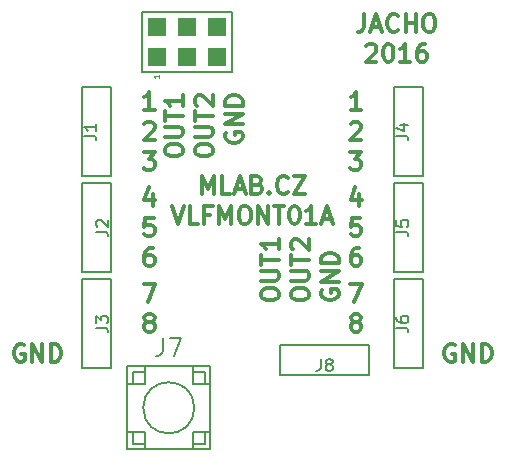
<source format=gbr>
%TF.GenerationSoftware,KiCad,Pcbnew,6.0.4-6f826c9f35~116~ubuntu20.04.1*%
%TF.CreationDate,2022-05-15T21:38:31+00:00*%
%TF.ProjectId,VLFANT01A,564c4641-4e54-4303-9141-2e6b69636164,rev?*%
%TF.SameCoordinates,Original*%
%TF.FileFunction,Legend,Top*%
%TF.FilePolarity,Positive*%
%FSLAX46Y46*%
G04 Gerber Fmt 4.6, Leading zero omitted, Abs format (unit mm)*
G04 Created by KiCad (PCBNEW 6.0.4-6f826c9f35~116~ubuntu20.04.1) date 2022-05-15 21:38:31*
%MOMM*%
%LPD*%
G01*
G04 APERTURE LIST*
%ADD10C,0.300000*%
%ADD11C,0.150000*%
%ADD12C,0.050000*%
%ADD13R,1.524000X1.524000*%
G04 APERTURE END LIST*
D10*
X34428428Y23689428D02*
X34428428Y22689428D01*
X34071285Y24260857D02*
X33714142Y23189428D01*
X34642714Y23189428D01*
X33714142Y29634571D02*
X33785571Y29706000D01*
X33928428Y29777428D01*
X34285571Y29777428D01*
X34428428Y29706000D01*
X34499857Y29634571D01*
X34571285Y29491714D01*
X34571285Y29348857D01*
X34499857Y29134571D01*
X33642714Y28277428D01*
X34571285Y28277428D01*
X16157285Y16061428D02*
X17157285Y16061428D01*
X16514428Y14561428D01*
X20514571Y27245571D02*
X20514571Y27531285D01*
X20586000Y27674142D01*
X20728857Y27817000D01*
X21014571Y27888428D01*
X21514571Y27888428D01*
X21800285Y27817000D01*
X21943142Y27674142D01*
X22014571Y27531285D01*
X22014571Y27245571D01*
X21943142Y27102714D01*
X21800285Y26959857D01*
X21514571Y26888428D01*
X21014571Y26888428D01*
X20728857Y26959857D01*
X20586000Y27102714D01*
X20514571Y27245571D01*
X20514571Y28531285D02*
X21728857Y28531285D01*
X21871714Y28602714D01*
X21943142Y28674142D01*
X22014571Y28817000D01*
X22014571Y29102714D01*
X21943142Y29245571D01*
X21871714Y29317000D01*
X21728857Y29388428D01*
X20514571Y29388428D01*
X20514571Y29888428D02*
X20514571Y30745571D01*
X22014571Y30317000D02*
X20514571Y30317000D01*
X20657428Y31174142D02*
X20586000Y31245571D01*
X20514571Y31388428D01*
X20514571Y31745571D01*
X20586000Y31888428D01*
X20657428Y31959857D01*
X20800285Y32031285D01*
X20943142Y32031285D01*
X21157428Y31959857D01*
X22014571Y31102714D01*
X22014571Y32031285D01*
X33642714Y27237428D02*
X34571285Y27237428D01*
X34071285Y26666000D01*
X34285571Y26666000D01*
X34428428Y26594571D01*
X34499857Y26523142D01*
X34571285Y26380285D01*
X34571285Y26023142D01*
X34499857Y25880285D01*
X34428428Y25808857D01*
X34285571Y25737428D01*
X33857000Y25737428D01*
X33714142Y25808857D01*
X33642714Y25880285D01*
X23126000Y28888428D02*
X23054571Y28745571D01*
X23054571Y28531285D01*
X23126000Y28317000D01*
X23268857Y28174142D01*
X23411714Y28102714D01*
X23697428Y28031285D01*
X23911714Y28031285D01*
X24197428Y28102714D01*
X24340285Y28174142D01*
X24483142Y28317000D01*
X24554571Y28531285D01*
X24554571Y28674142D01*
X24483142Y28888428D01*
X24411714Y28959857D01*
X23911714Y28959857D01*
X23911714Y28674142D01*
X24554571Y29602714D02*
X23054571Y29602714D01*
X24554571Y30459857D01*
X23054571Y30459857D01*
X24554571Y31174142D02*
X23054571Y31174142D01*
X23054571Y31531285D01*
X23126000Y31745571D01*
X23268857Y31888428D01*
X23411714Y31959857D01*
X23697428Y32031285D01*
X23911714Y32031285D01*
X24197428Y31959857D01*
X24340285Y31888428D01*
X24483142Y31745571D01*
X24554571Y31531285D01*
X24554571Y31174142D01*
X34571285Y30817428D02*
X33714142Y30817428D01*
X34142714Y30817428D02*
X34142714Y32317428D01*
X33999857Y32103142D01*
X33857000Y31960285D01*
X33714142Y31888857D01*
X26102571Y15061857D02*
X26102571Y15347571D01*
X26174000Y15490428D01*
X26316857Y15633285D01*
X26602571Y15704714D01*
X27102571Y15704714D01*
X27388285Y15633285D01*
X27531142Y15490428D01*
X27602571Y15347571D01*
X27602571Y15061857D01*
X27531142Y14919000D01*
X27388285Y14776142D01*
X27102571Y14704714D01*
X26602571Y14704714D01*
X26316857Y14776142D01*
X26174000Y14919000D01*
X26102571Y15061857D01*
X26102571Y16347571D02*
X27316857Y16347571D01*
X27459714Y16419000D01*
X27531142Y16490428D01*
X27602571Y16633285D01*
X27602571Y16919000D01*
X27531142Y17061857D01*
X27459714Y17133285D01*
X27316857Y17204714D01*
X26102571Y17204714D01*
X26102571Y17704714D02*
X26102571Y18561857D01*
X27602571Y18133285D02*
X26102571Y18133285D01*
X27602571Y19847571D02*
X27602571Y18990428D01*
X27602571Y19419000D02*
X26102571Y19419000D01*
X26316857Y19276142D01*
X26459714Y19133285D01*
X26531142Y18990428D01*
X34428428Y19109428D02*
X34142714Y19109428D01*
X33999857Y19038000D01*
X33928428Y18966571D01*
X33785571Y18752285D01*
X33714142Y18466571D01*
X33714142Y17895142D01*
X33785571Y17752285D01*
X33857000Y17680857D01*
X33999857Y17609428D01*
X34285571Y17609428D01*
X34428428Y17680857D01*
X34499857Y17752285D01*
X34571285Y17895142D01*
X34571285Y18252285D01*
X34499857Y18395142D01*
X34428428Y18466571D01*
X34285571Y18538000D01*
X33999857Y18538000D01*
X33857000Y18466571D01*
X33785571Y18395142D01*
X33714142Y18252285D01*
X16228714Y29634571D02*
X16300142Y29706000D01*
X16443000Y29777428D01*
X16800142Y29777428D01*
X16943000Y29706000D01*
X17014428Y29634571D01*
X17085857Y29491714D01*
X17085857Y29348857D01*
X17014428Y29134571D01*
X16157285Y28277428D01*
X17085857Y28277428D01*
X17014428Y21649428D02*
X16300142Y21649428D01*
X16228714Y20935142D01*
X16300142Y21006571D01*
X16443000Y21078000D01*
X16800142Y21078000D01*
X16943000Y21006571D01*
X17014428Y20935142D01*
X17085857Y20792285D01*
X17085857Y20435142D01*
X17014428Y20292285D01*
X16943000Y20220857D01*
X16800142Y20149428D01*
X16443000Y20149428D01*
X16300142Y20220857D01*
X16228714Y20292285D01*
X28642571Y15061857D02*
X28642571Y15347571D01*
X28714000Y15490428D01*
X28856857Y15633285D01*
X29142571Y15704714D01*
X29642571Y15704714D01*
X29928285Y15633285D01*
X30071142Y15490428D01*
X30142571Y15347571D01*
X30142571Y15061857D01*
X30071142Y14919000D01*
X29928285Y14776142D01*
X29642571Y14704714D01*
X29142571Y14704714D01*
X28856857Y14776142D01*
X28714000Y14919000D01*
X28642571Y15061857D01*
X28642571Y16347571D02*
X29856857Y16347571D01*
X29999714Y16419000D01*
X30071142Y16490428D01*
X30142571Y16633285D01*
X30142571Y16919000D01*
X30071142Y17061857D01*
X29999714Y17133285D01*
X29856857Y17204714D01*
X28642571Y17204714D01*
X28642571Y17704714D02*
X28642571Y18561857D01*
X30142571Y18133285D02*
X28642571Y18133285D01*
X28785428Y18990428D02*
X28714000Y19061857D01*
X28642571Y19204714D01*
X28642571Y19561857D01*
X28714000Y19704714D01*
X28785428Y19776142D01*
X28928285Y19847571D01*
X29071142Y19847571D01*
X29285428Y19776142D01*
X30142571Y18919000D01*
X30142571Y19847571D01*
X34499857Y21649428D02*
X33785571Y21649428D01*
X33714142Y20935142D01*
X33785571Y21006571D01*
X33928428Y21078000D01*
X34285571Y21078000D01*
X34428428Y21006571D01*
X34499857Y20935142D01*
X34571285Y20792285D01*
X34571285Y20435142D01*
X34499857Y20292285D01*
X34428428Y20220857D01*
X34285571Y20149428D01*
X33928428Y20149428D01*
X33785571Y20220857D01*
X33714142Y20292285D01*
X33999857Y12878571D02*
X33857000Y12950000D01*
X33785571Y13021428D01*
X33714142Y13164285D01*
X33714142Y13235714D01*
X33785571Y13378571D01*
X33857000Y13450000D01*
X33999857Y13521428D01*
X34285571Y13521428D01*
X34428428Y13450000D01*
X34499857Y13378571D01*
X34571285Y13235714D01*
X34571285Y13164285D01*
X34499857Y13021428D01*
X34428428Y12950000D01*
X34285571Y12878571D01*
X33999857Y12878571D01*
X33857000Y12807142D01*
X33785571Y12735714D01*
X33714142Y12592857D01*
X33714142Y12307142D01*
X33785571Y12164285D01*
X33857000Y12092857D01*
X33999857Y12021428D01*
X34285571Y12021428D01*
X34428428Y12092857D01*
X34499857Y12164285D01*
X34571285Y12307142D01*
X34571285Y12592857D01*
X34499857Y12735714D01*
X34428428Y12807142D01*
X34285571Y12878571D01*
X16514428Y12878571D02*
X16371571Y12950000D01*
X16300142Y13021428D01*
X16228714Y13164285D01*
X16228714Y13235714D01*
X16300142Y13378571D01*
X16371571Y13450000D01*
X16514428Y13521428D01*
X16800142Y13521428D01*
X16943000Y13450000D01*
X17014428Y13378571D01*
X17085857Y13235714D01*
X17085857Y13164285D01*
X17014428Y13021428D01*
X16943000Y12950000D01*
X16800142Y12878571D01*
X16514428Y12878571D01*
X16371571Y12807142D01*
X16300142Y12735714D01*
X16228714Y12592857D01*
X16228714Y12307142D01*
X16300142Y12164285D01*
X16371571Y12092857D01*
X16514428Y12021428D01*
X16800142Y12021428D01*
X16943000Y12092857D01*
X17014428Y12164285D01*
X17085857Y12307142D01*
X17085857Y12592857D01*
X17014428Y12735714D01*
X16943000Y12807142D01*
X16800142Y12878571D01*
X34842000Y38921428D02*
X34842000Y37850000D01*
X34770571Y37635714D01*
X34627714Y37492857D01*
X34413428Y37421428D01*
X34270571Y37421428D01*
X35484857Y37850000D02*
X36199142Y37850000D01*
X35342000Y37421428D02*
X35842000Y38921428D01*
X36342000Y37421428D01*
X37699142Y37564285D02*
X37627714Y37492857D01*
X37413428Y37421428D01*
X37270571Y37421428D01*
X37056285Y37492857D01*
X36913428Y37635714D01*
X36842000Y37778571D01*
X36770571Y38064285D01*
X36770571Y38278571D01*
X36842000Y38564285D01*
X36913428Y38707142D01*
X37056285Y38850000D01*
X37270571Y38921428D01*
X37413428Y38921428D01*
X37627714Y38850000D01*
X37699142Y38778571D01*
X38342000Y37421428D02*
X38342000Y38921428D01*
X38342000Y38207142D02*
X39199142Y38207142D01*
X39199142Y37421428D02*
X39199142Y38921428D01*
X40199142Y38921428D02*
X40484857Y38921428D01*
X40627714Y38850000D01*
X40770571Y38707142D01*
X40842000Y38421428D01*
X40842000Y37921428D01*
X40770571Y37635714D01*
X40627714Y37492857D01*
X40484857Y37421428D01*
X40199142Y37421428D01*
X40056285Y37492857D01*
X39913428Y37635714D01*
X39842000Y37921428D01*
X39842000Y38421428D01*
X39913428Y38707142D01*
X40056285Y38850000D01*
X40199142Y38921428D01*
X17085857Y30817428D02*
X16228714Y30817428D01*
X16657285Y30817428D02*
X16657285Y32317428D01*
X16514428Y32103142D01*
X16371571Y31960285D01*
X16228714Y31888857D01*
X31254000Y15561857D02*
X31182571Y15419000D01*
X31182571Y15204714D01*
X31254000Y14990428D01*
X31396857Y14847571D01*
X31539714Y14776142D01*
X31825428Y14704714D01*
X32039714Y14704714D01*
X32325428Y14776142D01*
X32468285Y14847571D01*
X32611142Y14990428D01*
X32682571Y15204714D01*
X32682571Y15347571D01*
X32611142Y15561857D01*
X32539714Y15633285D01*
X32039714Y15633285D01*
X32039714Y15347571D01*
X32682571Y16276142D02*
X31182571Y16276142D01*
X32682571Y17133285D01*
X31182571Y17133285D01*
X32682571Y17847571D02*
X31182571Y17847571D01*
X31182571Y18204714D01*
X31254000Y18419000D01*
X31396857Y18561857D01*
X31539714Y18633285D01*
X31825428Y18704714D01*
X32039714Y18704714D01*
X32325428Y18633285D01*
X32468285Y18561857D01*
X32611142Y18419000D01*
X32682571Y18204714D01*
X32682571Y17847571D01*
X16157285Y27237428D02*
X17085857Y27237428D01*
X16585857Y26666000D01*
X16800142Y26666000D01*
X16943000Y26594571D01*
X17014428Y26523142D01*
X17085857Y26380285D01*
X17085857Y26023142D01*
X17014428Y25880285D01*
X16943000Y25808857D01*
X16800142Y25737428D01*
X16371571Y25737428D01*
X16228714Y25808857D01*
X16157285Y25880285D01*
X18578571Y22665428D02*
X19078571Y21165428D01*
X19578571Y22665428D01*
X20792857Y21165428D02*
X20078571Y21165428D01*
X20078571Y22665428D01*
X21792857Y21951142D02*
X21292857Y21951142D01*
X21292857Y21165428D02*
X21292857Y22665428D01*
X22007142Y22665428D01*
X22578571Y21165428D02*
X22578571Y22665428D01*
X23078571Y21594000D01*
X23578571Y22665428D01*
X23578571Y21165428D01*
X24578571Y22665428D02*
X24864285Y22665428D01*
X25007142Y22594000D01*
X25150000Y22451142D01*
X25221428Y22165428D01*
X25221428Y21665428D01*
X25150000Y21379714D01*
X25007142Y21236857D01*
X24864285Y21165428D01*
X24578571Y21165428D01*
X24435714Y21236857D01*
X24292857Y21379714D01*
X24221428Y21665428D01*
X24221428Y22165428D01*
X24292857Y22451142D01*
X24435714Y22594000D01*
X24578571Y22665428D01*
X25864285Y21165428D02*
X25864285Y22665428D01*
X26721428Y21165428D01*
X26721428Y22665428D01*
X27221428Y22665428D02*
X28078571Y22665428D01*
X27650000Y21165428D02*
X27650000Y22665428D01*
X28864285Y22665428D02*
X29007142Y22665428D01*
X29150000Y22594000D01*
X29221428Y22522571D01*
X29292857Y22379714D01*
X29364285Y22094000D01*
X29364285Y21736857D01*
X29292857Y21451142D01*
X29221428Y21308285D01*
X29150000Y21236857D01*
X29007142Y21165428D01*
X28864285Y21165428D01*
X28721428Y21236857D01*
X28650000Y21308285D01*
X28578571Y21451142D01*
X28507142Y21736857D01*
X28507142Y22094000D01*
X28578571Y22379714D01*
X28650000Y22522571D01*
X28721428Y22594000D01*
X28864285Y22665428D01*
X30792857Y21165428D02*
X29935714Y21165428D01*
X30364285Y21165428D02*
X30364285Y22665428D01*
X30221428Y22451142D01*
X30078571Y22308285D01*
X29935714Y22236857D01*
X31364285Y21594000D02*
X32078571Y21594000D01*
X31221428Y21165428D02*
X31721428Y22665428D01*
X32221428Y21165428D01*
X21078571Y23705428D02*
X21078571Y25205428D01*
X21578571Y24134000D01*
X22078571Y25205428D01*
X22078571Y23705428D01*
X23507142Y23705428D02*
X22792857Y23705428D01*
X22792857Y25205428D01*
X23935714Y24134000D02*
X24650000Y24134000D01*
X23792857Y23705428D02*
X24292857Y25205428D01*
X24792857Y23705428D01*
X25792857Y24491142D02*
X26007142Y24419714D01*
X26078571Y24348285D01*
X26150000Y24205428D01*
X26150000Y23991142D01*
X26078571Y23848285D01*
X26007142Y23776857D01*
X25864285Y23705428D01*
X25292857Y23705428D01*
X25292857Y25205428D01*
X25792857Y25205428D01*
X25935714Y25134000D01*
X26007142Y25062571D01*
X26078571Y24919714D01*
X26078571Y24776857D01*
X26007142Y24634000D01*
X25935714Y24562571D01*
X25792857Y24491142D01*
X25292857Y24491142D01*
X26792857Y23848285D02*
X26864285Y23776857D01*
X26792857Y23705428D01*
X26721428Y23776857D01*
X26792857Y23848285D01*
X26792857Y23705428D01*
X28364285Y23848285D02*
X28292857Y23776857D01*
X28078571Y23705428D01*
X27935714Y23705428D01*
X27721428Y23776857D01*
X27578571Y23919714D01*
X27507142Y24062571D01*
X27435714Y24348285D01*
X27435714Y24562571D01*
X27507142Y24848285D01*
X27578571Y24991142D01*
X27721428Y25134000D01*
X27935714Y25205428D01*
X28078571Y25205428D01*
X28292857Y25134000D01*
X28364285Y25062571D01*
X28864285Y25205428D02*
X29864285Y25205428D01*
X28864285Y23705428D01*
X29864285Y23705428D01*
X6028428Y10910000D02*
X5885571Y10981428D01*
X5671285Y10981428D01*
X5457000Y10910000D01*
X5314142Y10767142D01*
X5242714Y10624285D01*
X5171285Y10338571D01*
X5171285Y10124285D01*
X5242714Y9838571D01*
X5314142Y9695714D01*
X5457000Y9552857D01*
X5671285Y9481428D01*
X5814142Y9481428D01*
X6028428Y9552857D01*
X6099857Y9624285D01*
X6099857Y10124285D01*
X5814142Y10124285D01*
X6742714Y9481428D02*
X6742714Y10981428D01*
X7599857Y9481428D01*
X7599857Y10981428D01*
X8314142Y9481428D02*
X8314142Y10981428D01*
X8671285Y10981428D01*
X8885571Y10910000D01*
X9028428Y10767142D01*
X9099857Y10624285D01*
X9171285Y10338571D01*
X9171285Y10124285D01*
X9099857Y9838571D01*
X9028428Y9695714D01*
X8885571Y9552857D01*
X8671285Y9481428D01*
X8314142Y9481428D01*
X33642714Y16061428D02*
X34642714Y16061428D01*
X33999857Y14561428D01*
X17974571Y27245571D02*
X17974571Y27531285D01*
X18046000Y27674142D01*
X18188857Y27817000D01*
X18474571Y27888428D01*
X18974571Y27888428D01*
X19260285Y27817000D01*
X19403142Y27674142D01*
X19474571Y27531285D01*
X19474571Y27245571D01*
X19403142Y27102714D01*
X19260285Y26959857D01*
X18974571Y26888428D01*
X18474571Y26888428D01*
X18188857Y26959857D01*
X18046000Y27102714D01*
X17974571Y27245571D01*
X17974571Y28531285D02*
X19188857Y28531285D01*
X19331714Y28602714D01*
X19403142Y28674142D01*
X19474571Y28817000D01*
X19474571Y29102714D01*
X19403142Y29245571D01*
X19331714Y29317000D01*
X19188857Y29388428D01*
X17974571Y29388428D01*
X17974571Y29888428D02*
X17974571Y30745571D01*
X19474571Y30317000D02*
X17974571Y30317000D01*
X19474571Y32031285D02*
X19474571Y31174142D01*
X19474571Y31602714D02*
X17974571Y31602714D01*
X18188857Y31459857D01*
X18331714Y31317000D01*
X18403142Y31174142D01*
X35020571Y36238571D02*
X35092000Y36310000D01*
X35234857Y36381428D01*
X35592000Y36381428D01*
X35734857Y36310000D01*
X35806285Y36238571D01*
X35877714Y36095714D01*
X35877714Y35952857D01*
X35806285Y35738571D01*
X34949142Y34881428D01*
X35877714Y34881428D01*
X36806285Y36381428D02*
X36949142Y36381428D01*
X37092000Y36310000D01*
X37163428Y36238571D01*
X37234857Y36095714D01*
X37306285Y35810000D01*
X37306285Y35452857D01*
X37234857Y35167142D01*
X37163428Y35024285D01*
X37092000Y34952857D01*
X36949142Y34881428D01*
X36806285Y34881428D01*
X36663428Y34952857D01*
X36592000Y35024285D01*
X36520571Y35167142D01*
X36449142Y35452857D01*
X36449142Y35810000D01*
X36520571Y36095714D01*
X36592000Y36238571D01*
X36663428Y36310000D01*
X36806285Y36381428D01*
X38734857Y34881428D02*
X37877714Y34881428D01*
X38306285Y34881428D02*
X38306285Y36381428D01*
X38163428Y36167142D01*
X38020571Y36024285D01*
X37877714Y35952857D01*
X40020571Y36381428D02*
X39734857Y36381428D01*
X39592000Y36310000D01*
X39520571Y36238571D01*
X39377714Y36024285D01*
X39306285Y35738571D01*
X39306285Y35167142D01*
X39377714Y35024285D01*
X39449142Y34952857D01*
X39592000Y34881428D01*
X39877714Y34881428D01*
X40020571Y34952857D01*
X40092000Y35024285D01*
X40163428Y35167142D01*
X40163428Y35524285D01*
X40092000Y35667142D01*
X40020571Y35738571D01*
X39877714Y35810000D01*
X39592000Y35810000D01*
X39449142Y35738571D01*
X39377714Y35667142D01*
X39306285Y35524285D01*
X16943000Y23689428D02*
X16943000Y22689428D01*
X16585857Y24260857D02*
X16228714Y23189428D01*
X17157285Y23189428D01*
X42485857Y10910000D02*
X42343000Y10981428D01*
X42128714Y10981428D01*
X41914428Y10910000D01*
X41771571Y10767142D01*
X41700142Y10624285D01*
X41628714Y10338571D01*
X41628714Y10124285D01*
X41700142Y9838571D01*
X41771571Y9695714D01*
X41914428Y9552857D01*
X42128714Y9481428D01*
X42271571Y9481428D01*
X42485857Y9552857D01*
X42557285Y9624285D01*
X42557285Y10124285D01*
X42271571Y10124285D01*
X43200142Y9481428D02*
X43200142Y10981428D01*
X44057285Y9481428D01*
X44057285Y10981428D01*
X44771571Y9481428D02*
X44771571Y10981428D01*
X45128714Y10981428D01*
X45343000Y10910000D01*
X45485857Y10767142D01*
X45557285Y10624285D01*
X45628714Y10338571D01*
X45628714Y10124285D01*
X45557285Y9838571D01*
X45485857Y9695714D01*
X45343000Y9552857D01*
X45128714Y9481428D01*
X44771571Y9481428D01*
X16943000Y19109428D02*
X16657285Y19109428D01*
X16514428Y19038000D01*
X16443000Y18966571D01*
X16300142Y18752285D01*
X16228714Y18466571D01*
X16228714Y17895142D01*
X16300142Y17752285D01*
X16371571Y17680857D01*
X16514428Y17609428D01*
X16800142Y17609428D01*
X16943000Y17680857D01*
X17014428Y17752285D01*
X17085857Y17895142D01*
X17085857Y18252285D01*
X17014428Y18395142D01*
X16943000Y18466571D01*
X16800142Y18538000D01*
X16514428Y18538000D01*
X16371571Y18466571D01*
X16300142Y18395142D01*
X16228714Y18252285D01*
D11*
%TO.C,J1*%
X11144380Y28622666D02*
X11858666Y28622666D01*
X12001523Y28575047D01*
X12096761Y28479809D01*
X12144380Y28336952D01*
X12144380Y28241714D01*
X12144380Y29622666D02*
X12144380Y29051238D01*
X12144380Y29336952D02*
X11144380Y29336952D01*
X11287238Y29241714D01*
X11382476Y29146476D01*
X11430095Y29051238D01*
%TO.C,J2*%
X12144380Y20494666D02*
X12858666Y20494666D01*
X13001523Y20447047D01*
X13096761Y20351809D01*
X13144380Y20208952D01*
X13144380Y20113714D01*
X12239619Y20923238D02*
X12192000Y20970857D01*
X12144380Y21066095D01*
X12144380Y21304190D01*
X12192000Y21399428D01*
X12239619Y21447047D01*
X12334857Y21494666D01*
X12430095Y21494666D01*
X12572952Y21447047D01*
X13144380Y20875619D01*
X13144380Y21494666D01*
%TO.C,J3*%
X12144380Y12366666D02*
X12858666Y12366666D01*
X13001523Y12319047D01*
X13096761Y12223809D01*
X13144380Y12080952D01*
X13144380Y11985714D01*
X12144380Y12747619D02*
X12144380Y13366666D01*
X12525333Y13033333D01*
X12525333Y13176190D01*
X12572952Y13271428D01*
X12620571Y13319047D01*
X12715809Y13366666D01*
X12953904Y13366666D01*
X13049142Y13319047D01*
X13096761Y13271428D01*
X13144380Y13176190D01*
X13144380Y12890476D01*
X13096761Y12795238D01*
X13049142Y12747619D01*
%TO.C,J4*%
X37560380Y28622666D02*
X38274666Y28622666D01*
X38417523Y28575047D01*
X38512761Y28479809D01*
X38560380Y28336952D01*
X38560380Y28241714D01*
X37893714Y29527428D02*
X38560380Y29527428D01*
X37512761Y29289333D02*
X38227047Y29051238D01*
X38227047Y29670285D01*
%TO.C,J5*%
X37560380Y20494666D02*
X38274666Y20494666D01*
X38417523Y20447047D01*
X38512761Y20351809D01*
X38560380Y20208952D01*
X38560380Y20113714D01*
X37560380Y21447047D02*
X37560380Y20970857D01*
X38036571Y20923238D01*
X37988952Y20970857D01*
X37941333Y21066095D01*
X37941333Y21304190D01*
X37988952Y21399428D01*
X38036571Y21447047D01*
X38131809Y21494666D01*
X38369904Y21494666D01*
X38465142Y21447047D01*
X38512761Y21399428D01*
X38560380Y21304190D01*
X38560380Y21066095D01*
X38512761Y20970857D01*
X38465142Y20923238D01*
%TO.C,J6*%
X37560380Y12366666D02*
X38274666Y12366666D01*
X38417523Y12319047D01*
X38512761Y12223809D01*
X38560380Y12080952D01*
X38560380Y11985714D01*
X37560380Y13271428D02*
X37560380Y13080952D01*
X37608000Y12985714D01*
X37655619Y12938095D01*
X37798476Y12842857D01*
X37988952Y12795238D01*
X38369904Y12795238D01*
X38465142Y12842857D01*
X38512761Y12890476D01*
X38560380Y12985714D01*
X38560380Y13176190D01*
X38512761Y13271428D01*
X38465142Y13319047D01*
X38369904Y13366666D01*
X38131809Y13366666D01*
X38036571Y13319047D01*
X37988952Y13271428D01*
X37941333Y13176190D01*
X37941333Y12985714D01*
X37988952Y12890476D01*
X38036571Y12842857D01*
X38131809Y12795238D01*
%TO.C,J7*%
X17788000Y11509428D02*
X17788000Y10438000D01*
X17716571Y10223714D01*
X17573714Y10080857D01*
X17359428Y10009428D01*
X17216571Y10009428D01*
X18359428Y11509428D02*
X19359428Y11509428D01*
X18716571Y10009428D01*
%TO.C,J8*%
X31162666Y9699619D02*
X31162666Y8985333D01*
X31115047Y8842476D01*
X31019809Y8747238D01*
X30876952Y8699619D01*
X30781714Y8699619D01*
X31781714Y9271047D02*
X31686476Y9318666D01*
X31638857Y9366285D01*
X31591238Y9461523D01*
X31591238Y9509142D01*
X31638857Y9604380D01*
X31686476Y9652000D01*
X31781714Y9699619D01*
X31972190Y9699619D01*
X32067428Y9652000D01*
X32115047Y9604380D01*
X32162666Y9509142D01*
X32162666Y9461523D01*
X32115047Y9366285D01*
X32067428Y9318666D01*
X31972190Y9271047D01*
X31781714Y9271047D01*
X31686476Y9223428D01*
X31638857Y9175809D01*
X31591238Y9080571D01*
X31591238Y8890095D01*
X31638857Y8794857D01*
X31686476Y8747238D01*
X31781714Y8699619D01*
X31972190Y8699619D01*
X32067428Y8747238D01*
X32115047Y8794857D01*
X32162666Y8890095D01*
X32162666Y9080571D01*
X32115047Y9175809D01*
X32067428Y9223428D01*
X31972190Y9271047D01*
D12*
%TO.C,J9*%
X17498190Y33797857D02*
X17498190Y33512142D01*
X17498190Y33655000D02*
X16998190Y33655000D01*
X17069619Y33607380D01*
X17117238Y33559761D01*
X17141047Y33512142D01*
D11*
%TO.C,J1*%
X13442000Y32706000D02*
X13442000Y25206000D01*
X13442000Y25206000D02*
X10942000Y25206000D01*
X10942000Y32706000D02*
X13442000Y32706000D01*
X10942000Y25206000D02*
X10942000Y32706000D01*
%TO.C,J2*%
X10942000Y24578000D02*
X13442000Y24578000D01*
X13442000Y24578000D02*
X13442000Y17078000D01*
X13442000Y17078000D02*
X10942000Y17078000D01*
X10942000Y17078000D02*
X10942000Y24578000D01*
%TO.C,J3*%
X10942000Y8950000D02*
X10942000Y16450000D01*
X10942000Y16450000D02*
X13442000Y16450000D01*
X13442000Y16450000D02*
X13442000Y8950000D01*
X13442000Y8950000D02*
X10942000Y8950000D01*
%TO.C,J4*%
X39858000Y32706000D02*
X39858000Y25206000D01*
X39858000Y25206000D02*
X37358000Y25206000D01*
X37358000Y32706000D02*
X39858000Y32706000D01*
X37358000Y25206000D02*
X37358000Y32706000D01*
%TO.C,J5*%
X37358000Y17078000D02*
X37358000Y24578000D01*
X39858000Y24578000D02*
X39858000Y17078000D01*
X39858000Y17078000D02*
X37358000Y17078000D01*
X37358000Y24578000D02*
X39858000Y24578000D01*
%TO.C,J6*%
X39858000Y16450000D02*
X39858000Y8950000D01*
X37358000Y16450000D02*
X39858000Y16450000D01*
X39858000Y8950000D02*
X37358000Y8950000D01*
X37358000Y8950000D02*
X37358000Y16450000D01*
%TO.C,J7*%
X16258000Y2538000D02*
X15238000Y2538000D01*
X20318000Y2088000D02*
X20318000Y3558000D01*
X20318000Y2538000D02*
X21338000Y2538000D01*
X21788000Y9088000D02*
X14788000Y9088000D01*
X15238000Y8638000D02*
X15238000Y7618000D01*
X21788000Y2088000D02*
X21788000Y9088000D01*
X16258000Y9088000D02*
X16258000Y7618000D01*
X16258000Y3558000D02*
X16258000Y2088000D01*
X20318000Y3558000D02*
X21788000Y3558000D01*
X21338000Y8638000D02*
X20318000Y8638000D01*
X14788000Y3558000D02*
X16258000Y3558000D01*
X21338000Y8638000D02*
X21338000Y7618000D01*
X21338000Y2538000D02*
X21338000Y3558000D01*
X15238000Y2538000D02*
X15238000Y3558000D01*
X16258000Y8638000D02*
X15238000Y8638000D01*
X14788000Y2088000D02*
X21788000Y2088000D01*
X14788000Y9088000D02*
X14788000Y2088000D01*
X20318000Y9088000D02*
X20318000Y7618000D01*
X16258000Y7618000D02*
X14788000Y7618000D01*
X20318000Y7618000D02*
X21788000Y7618000D01*
X20450799Y5588000D02*
G75*
G03*
X20450799Y5588000I-2162799J0D01*
G01*
%TO.C,J8*%
X27746000Y8402000D02*
X27746000Y10902000D01*
X35246000Y10902000D02*
X35246000Y8402000D01*
X27746000Y10902000D02*
X35246000Y10902000D01*
X35246000Y8402000D02*
X27746000Y8402000D01*
%TO.C,J9*%
X16002000Y39116000D02*
X23622000Y39116000D01*
X23622000Y39116000D02*
X23622000Y34036000D01*
X23622000Y34036000D02*
X16002000Y34036000D01*
X16002000Y34036000D02*
X16002000Y39116000D01*
%TD*%
D13*
%TO.C,J9*%
X17272000Y35306000D03*
X17272000Y37846000D03*
X19812000Y35306000D03*
X19812000Y37846000D03*
X22352000Y35306000D03*
X22352000Y37846000D03*
%TD*%
M02*

</source>
